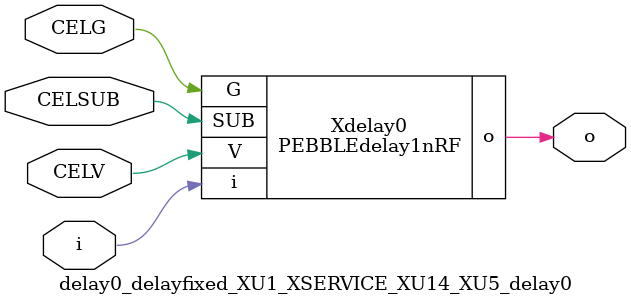
<source format=v>



module PEBBLEdelay1nRF ( o, V, G, i, SUB );

  input V;
  input i;
  input G;
  output o;
  input SUB;
endmodule

//Celera Confidential Do Not Copy delay0_delayfixed_XU1_XSERVICE_XU14_XU5_delay0
//TYPE: fixed 1ns
module delay0_delayfixed_XU1_XSERVICE_XU14_XU5_delay0 (i, CELV, o,
CELG,CELSUB);
input CELV;
input i;
output o;
input CELSUB;
input CELG;

//Celera Confidential Do Not Copy delayfast0
PEBBLEdelay1nRF Xdelay0(
.V (CELV),
.i (i),
.o (o),
.G (CELG),
.SUB (CELSUB)
);
//,diesize,PEBBLEdelay1nRF

//Celera Confidential Do Not Copy Module End
//Celera Schematic Generator
endmodule

</source>
